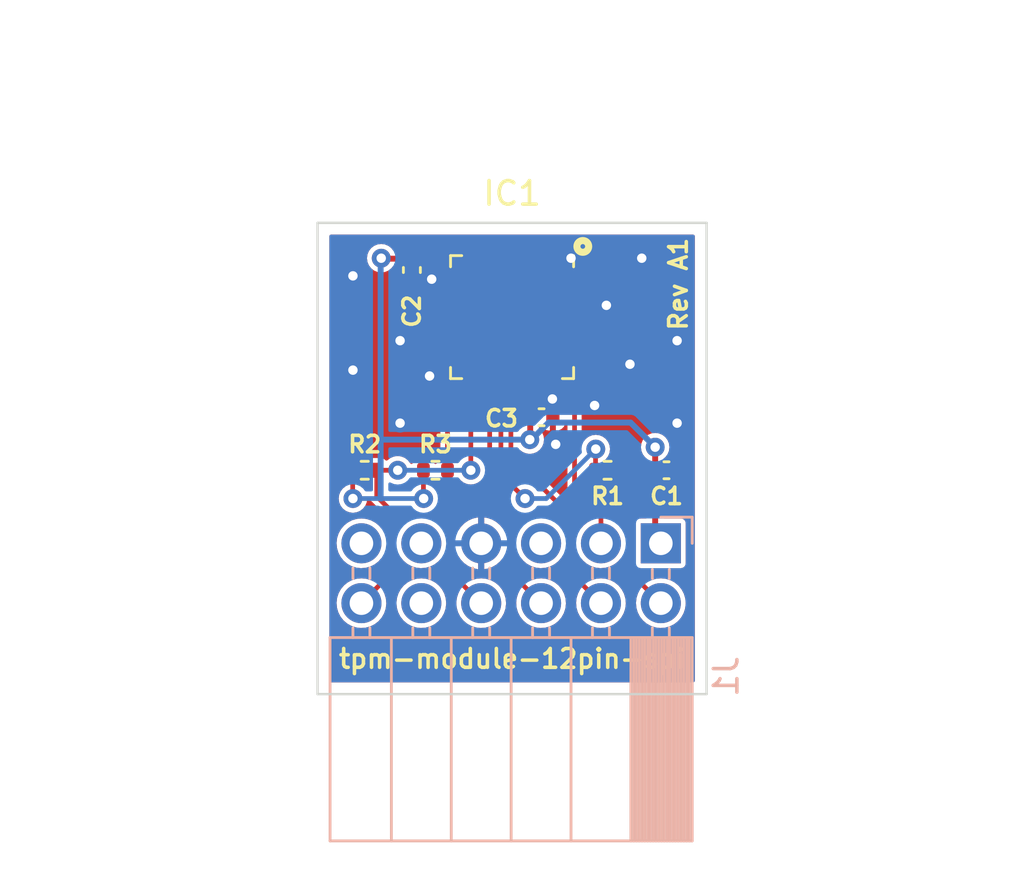
<source format=kicad_pcb>
(kicad_pcb (version 20210606) (generator pcbnew)
  (layers (0 "F.Cu" signal) (31 "B.Cu" signal) (34 "B.Paste" user) (35 "F.Paste" user) (36 "B.SilkS" user "B.Silkscreen") (37 "F.SilkS" user "F.Silkscreen") (38 "B.Mask" user) (39 "F.Mask" user) (44 "Edge.Cuts" user))
  (net 0 "")
  (net 1 "VDD")
  (net 2 "GND")
  (net 5 "RESET")
  (net 6 "IRQ")
  (net 7 "SPI_CLK")
  (net 8 "SPI_CS")
  (net 9 "SPI_MOSI")
  (net 10 "SPI_MISO")
  (footprint "Capacitor_SMD:C_0402_1005Metric" (layer "F.Cu") (at 110 67.5 -90)
    (fp_text reference "C2" (at 1.75 0 90) (layer "F.SilkS") (effects (font (size 0.7 0.7))))
    (fp_text value "100n")
    (fp_line (start -0.107836 0.36) (end 0.107836 0.36) (layer "F.SilkS") (width 0.12))
    (fp_line (start -0.107836 -0.36) (end 0.107836 -0.36) (layer "F.SilkS") (width 0.12))
    (pad "1" smd roundrect locked (at -0.48 0 270) (size 0.56 0.62) (layers "F.Cu" "F.Paste" "F.Mask") (net 1 "VDD"))
    (pad "2" smd roundrect locked (at 0.48 0 270) (size 0.56 0.62) (layers "F.Cu" "F.Paste" "F.Mask") (net 2 "GND"))
  )
  (footprint "Package_DFN_QFN:QFN-32-1EP_5x5mm_P0.5mm_EP3.1x3.1mm" (layer "F.Cu") (at 114.25 69.5 -90)
    (fp_text reference "IC1" (at -5.25 0 180) (layer "F.SilkS"))
    (fp_text value "Infineon-SLB9670")
    (fp_line (start -2.135 2.61) (end -2.61 2.61) (layer "F.SilkS") (width 0.12))
    (fp_line (start 2.61 2.61) (end 2.61 2.135) (layer "F.SilkS") (width 0.12))
    (fp_line (start 2.135 -2.61) (end 2.61 -2.61) (layer "F.SilkS") (width 0.12))
    (fp_line (start -2.135 -2.61) (end -2.61 -2.61) (layer "F.SilkS") (width 0.12))
    (fp_line (start -2.61 2.61) (end -2.61 2.135) (layer "F.SilkS") (width 0.12))
    (fp_line (start 2.135 2.61) (end 2.61 2.61) (layer "F.SilkS") (width 0.12))
    (fp_line (start 2.61 -2.61) (end 2.61 -2.135) (layer "F.SilkS") (width 0.12))
    (pad "1" smd roundrect locked (at -2.4375 -1.75 270) (size 0.875 0.25) (layers "F.Cu" "F.Paste" "F.Mask"))
    (pad "2" smd roundrect locked (at -2.4375 -1.25 270) (size 0.875 0.25) (layers "F.Cu" "F.Paste" "F.Mask") (net 2 "GND"))
    (pad "3" smd roundrect locked (at -2.4375 -0.75 270) (size 0.875 0.25) (layers "F.Cu" "F.Paste" "F.Mask"))
    (pad "4" smd roundrect locked (at -2.4375 -0.25 270) (size 0.875 0.25) (layers "F.Cu" "F.Paste" "F.Mask"))
    (pad "5" smd roundrect locked (at -2.4375 0.25 270) (size 0.875 0.25) (layers "F.Cu" "F.Paste" "F.Mask"))
    (pad "6" smd roundrect locked (at -2.4375 0.75 270) (size 0.875 0.25) (layers "F.Cu" "F.Paste" "F.Mask"))
    (pad "7" smd roundrect locked (at -2.4375 1.25 270) (size 0.875 0.25) (layers "F.Cu" "F.Paste" "F.Mask"))
    (pad "8" smd roundrect locked (at -2.4375 1.75 270) (size 0.875 0.25) (layers "F.Cu" "F.Paste" "F.Mask") (net 1 "VDD"))
    (pad "9" smd roundrect locked (at -1.75 2.4375 270) (size 0.25 0.875) (layers "F.Cu" "F.Paste" "F.Mask") (net 2 "GND"))
    (pad "10" smd roundrect locked (at -1.25 2.4375 270) (size 0.25 0.875) (layers "F.Cu" "F.Paste" "F.Mask"))
    (pad "11" smd roundrect locked (at -0.75 2.4375 270) (size 0.25 0.875) (layers "F.Cu" "F.Paste" "F.Mask"))
    (pad "12" smd roundrect locked (at -0.25 2.4375 270) (size 0.25 0.875) (layers "F.Cu" "F.Paste" "F.Mask"))
    (pad "13" smd roundrect locked (at 0.25 2.4375 270) (size 0.25 0.875) (layers "F.Cu" "F.Paste" "F.Mask"))
    (pad "14" smd roundrect locked (at 0.75 2.4375 270) (size 0.25 0.875) (layers "F.Cu" "F.Paste" "F.Mask"))
    (pad "15" smd roundrect locked (at 1.25 2.4375 270) (size 0.25 0.875) (layers "F.Cu" "F.Paste" "F.Mask"))
    (pad "16" smd roundrect locked (at 1.75 2.4375 270) (size 0.25 0.875) (layers "F.Cu" "F.Paste" "F.Mask"))
    (pad "17" smd roundrect locked (at 2.4375 1.75 270) (size 0.875 0.25) (layers "F.Cu" "F.Paste" "F.Mask") (net 5 "RESET"))
    (pad "18" smd roundrect locked (at 2.4375 1.25 270) (size 0.875 0.25) (layers "F.Cu" "F.Paste" "F.Mask") (net 6 "IRQ"))
    (pad "19" smd roundrect locked (at 2.4375 0.75 270) (size 0.875 0.25) (layers "F.Cu" "F.Paste" "F.Mask") (net 7 "SPI_CLK"))
    (pad "20" smd roundrect locked (at 2.4375 0.25 270) (size 0.875 0.25) (layers "F.Cu" "F.Paste" "F.Mask") (net 8 "SPI_CS"))
    (pad "21" smd roundrect locked (at 2.4375 -0.25 270) (size 0.875 0.25) (layers "F.Cu" "F.Paste" "F.Mask") (net 9 "SPI_MOSI"))
    (pad "22" smd roundrect locked (at 2.4375 -0.75 270) (size 0.875 0.25) (layers "F.Cu" "F.Paste" "F.Mask") (net 1 "VDD"))
    (pad "23" smd roundrect locked (at 2.4375 -1.25 270) (size 0.875 0.25) (layers "F.Cu" "F.Paste" "F.Mask") (net 2 "GND"))
    (pad "24" smd roundrect locked (at 2.4375 -1.75 270) (size 0.875 0.25) (layers "F.Cu" "F.Paste" "F.Mask") (net 10 "SPI_MISO"))
    (pad "25" smd roundrect locked (at 1.75 -2.4375 270) (size 0.25 0.875) (layers "F.Cu" "F.Paste" "F.Mask"))
    (pad "26" smd roundrect locked (at 1.25 -2.4375 270) (size 0.25 0.875) (layers "F.Cu" "F.Paste" "F.Mask"))
    (pad "27" smd roundrect locked (at 0.75 -2.4375 270) (size 0.25 0.875) (layers "F.Cu" "F.Paste" "F.Mask"))
    (pad "28" smd roundrect locked (at 0.25 -2.4375 270) (size 0.25 0.875) (layers "F.Cu" "F.Paste" "F.Mask"))
    (pad "29" smd roundrect locked (at -0.25 -2.4375 270) (size 0.25 0.875) (layers "F.Cu" "F.Paste" "F.Mask"))
    (pad "30" smd roundrect locked (at -0.75 -2.4375 270) (size 0.25 0.875) (layers "F.Cu" "F.Paste" "F.Mask"))
    (pad "31" smd roundrect locked (at -1.25 -2.4375 270) (size 0.25 0.875) (layers "F.Cu" "F.Paste" "F.Mask"))
    (pad "32" smd roundrect locked (at -1.75 -2.4375 270) (size 0.25 0.875) (layers "F.Cu" "F.Paste" "F.Mask") (net 2 "GND"))
    (pad "33" smd rect locked (at 0 0 270) (size 3.1 3.1) (layers "F.Cu" "F.Mask"))
  )
  (footprint "Capacitor_SMD:C_0402_1005Metric" (layer "F.Cu") (at 120.8 76)
    (fp_text reference "C1" (at 0 1.1) (layer "F.SilkS") (effects (font (size 0.7 0.7))))
    (fp_text value "4u7")
    (fp_line (start -0.107836 0.36) (end 0.107836 0.36) (layer "F.SilkS") (width 0.12))
    (fp_line (start -0.107836 -0.36) (end 0.107836 -0.36) (layer "F.SilkS") (width 0.12))
    (pad "1" smd roundrect locked (at -0.48 0) (size 0.56 0.62) (layers "F.Cu" "F.Paste" "F.Mask") (net 1 "VDD"))
    (pad "2" smd roundrect locked (at 0.48 0) (size 0.56 0.62) (layers "F.Cu" "F.Paste" "F.Mask") (net 2 "GND"))
  )
  (footprint "Resistor_SMD:R_0402_1005Metric" (layer "F.Cu") (at 108 76)
    (fp_text reference "R2" (at 0 -1.1) (layer "F.SilkS") (effects (font (size 0.7 0.7))))
    (fp_text value "10k")
    (fp_line (start -0.153641 -0.38) (end 0.153641 -0.38) (layer "F.SilkS") (width 0.12))
    (fp_line (start -0.153641 0.38) (end 0.153641 0.38) (layer "F.SilkS") (width 0.12))
    (pad "1" smd roundrect locked (at -0.51 0) (size 0.54 0.64) (layers "F.Cu" "F.Paste" "F.Mask") (net 1 "VDD"))
    (pad "2" smd roundrect locked (at 0.51 0) (size 0.54 0.64) (layers "F.Cu" "F.Paste" "F.Mask") (net 6 "IRQ"))
  )
  (footprint "Resistor_SMD:R_0402_1005Metric" (layer "F.Cu") (at 118.3 76 180)
    (fp_text reference "R1" (at 0 -1.1) (layer "F.SilkS") (effects (font (size 0.7 0.7))))
    (fp_text value "10k")
    (fp_line (start -0.153641 0.38) (end 0.153641 0.38) (layer "F.SilkS") (width 0.12))
    (fp_line (start -0.153641 -0.38) (end 0.153641 -0.38) (layer "F.SilkS") (width 0.12))
    (pad "1" smd roundrect locked (at -0.51 0 180) (size 0.54 0.64) (layers "F.Cu" "F.Paste" "F.Mask") (net 1 "VDD"))
    (pad "2" smd roundrect locked (at 0.51 0 180) (size 0.54 0.64) (layers "F.Cu" "F.Paste" "F.Mask") (net 8 "SPI_CS"))
  )
  (footprint "Resistor_SMD:R_0402_1005Metric" (layer "F.Cu") (at 111 76)
    (fp_text reference "R3" (at 0 -1.1) (layer "F.SilkS") (effects (font (size 0.7 0.7))))
    (fp_text value "10k")
    (fp_line (start -0.153641 -0.38) (end 0.153641 -0.38) (layer "F.SilkS") (width 0.12))
    (fp_line (start -0.153641 0.38) (end 0.153641 0.38) (layer "F.SilkS") (width 0.12))
    (pad "1" smd roundrect locked (at -0.51 0) (size 0.54 0.64) (layers "F.Cu" "F.Paste" "F.Mask") (net 1 "VDD"))
    (pad "2" smd roundrect locked (at 0.51 0) (size 0.54 0.64) (layers "F.Cu" "F.Paste" "F.Mask") (net 5 "RESET"))
  )
  (footprint "Capacitor_SMD:C_0402_1005Metric" (layer "F.Cu") (at 115.5 73.75)
    (fp_text reference "C3" (at -1.7 0.05) (layer "F.SilkS") (effects (font (size 0.7 0.7))))
    (fp_text value "100n")
    (fp_line (start -0.107836 -0.36) (end 0.107836 -0.36) (layer "F.SilkS") (width 0.12))
    (fp_line (start -0.107836 0.36) (end 0.107836 0.36) (layer "F.SilkS") (width 0.12))
    (pad "1" smd roundrect locked (at -0.48 0) (size 0.56 0.62) (layers "F.Cu" "F.Paste" "F.Mask") (net 1 "VDD"))
    (pad "2" smd roundrect locked (at 0.48 0) (size 0.56 0.62) (layers "F.Cu" "F.Paste" "F.Mask") (net 2 "GND"))
  )
  (footprint "Connector_PinSocket_2.54mm:PinSocket_2x06_P2.54mm_Horizontal" (layer "B.Cu") (at 120.56 79.1 90)
    (fp_text reference "J1" (at -5.65 2.77 90) (layer "B.SilkS") (effects (justify mirror)))
    (fp_text value "Conn_02x06_Odd_Even")
    (fp_line (start -12.63 -0.91571) (end -4 -0.91571) (layer "B.SilkS") (width 0.12))
    (fp_line (start -1.49 -2.9) (end -1.05 -2.9) (layer "B.SilkS") (width 0.12))
    (fp_line (start -12.63 0.147145) (end -4 0.147145) (layer "B.SilkS") (width 0.12))
    (fp_line (start -1.49 -4.72) (end -1.05 -4.72) (layer "B.SilkS") (width 0.12))
    (fp_line (start -12.63 -0.44333) (end -4 -0.44333) (layer "B.SilkS") (width 0.12))
    (fp_line (start -1.49 -7.98) (end -1.05 -7.98) (layer "B.SilkS") (width 0.12))
    (fp_line (start -1.49 -7.26) (end -1.05 -7.26) (layer "B.SilkS") (width 0.12))
    (fp_line (start -4 -7.26) (end -3.59 -7.26) (layer "B.SilkS") (width 0.12))
    (fp_line (start -12.63 -0.561425) (end -4 -0.561425) (layer "B.SilkS") (width 0.12))
    (fp_line (start -12.63 -14.03) (end -4 -14.03) (layer "B.SilkS") (width 0.12))
    (fp_line (start -1.49 -2.18) (end -1.05 -2.18) (layer "B.SilkS") (width 0.12))
    (fp_line (start -4 0.36) (end -3.59 0.36) (layer "B.SilkS") (width 0.12))
    (fp_line (start -1.49 -13.06) (end -1.05 -13.06) (layer "B.SilkS") (width 0.12))
    (fp_line (start -12.63 0.73762) (end -4 0.73762) (layer "B.SilkS") (width 0.12))
    (fp_line (start 1.11 1.33) (end 1.11 0) (layer "B.SilkS") (width 0.12))
    (fp_line (start -1.49 0.36) (end -1.11 0.36) (layer "B.SilkS") (width 0.12))
    (fp_line (start -4 -4.72) (end -3.59 -4.72) (layer "B.SilkS") (width 0.12))
    (fp_line (start -12.63 0.02905) (end -4 0.02905) (layer "B.SilkS") (width 0.12))
    (fp_line (start -12.63 0.26524) (end -4 0.26524) (layer "B.SilkS") (width 0.12))
    (fp_line (start -4 -5.44) (end -3.59 -5.44) (layer "B.SilkS") (width 0.12))
    (fp_line (start 0 1.33) (end 1.11 1.33) (layer "B.SilkS") (width 0.12))
    (fp_line (start -12.63 -0.797615) (end -4 -0.797615) (layer "B.SilkS") (width 0.12))
    (fp_line (start -12.63 0.383335) (end -4 0.383335) (layer "B.SilkS") (width 0.12))
    (fp_line (start -1.49 -12.34) (end -1.05 -12.34) (layer "B.SilkS") (width 0.12))
    (fp_line (start -12.63 1.21) (end -4 1.21) (layer "B.SilkS") (width 0.12))
    (fp_line (start -12.63 0.855715) (end -4 0.855715) (layer "B.SilkS") (width 0.12))
    (fp_line (start -1.49 -5.44) (end -1.05 -5.44) (layer "B.SilkS") (width 0.12))
    (fp_line (start -12.63 -0.20714) (end -4 -0.20714) (layer "B.SilkS") (width 0.12))
    (fp_line (start -4 -9.8) (end -3.59 -9.8) (layer "B.SilkS") (width 0.12))
    (fp_line (start -4 -0.36) (end -3.59 -0.36) (layer "B.SilkS") (width 0.12))
    (fp_line (start -12.63 0.97381) (end -4 0.97381) (layer "B.SilkS") (width 0.12))
    (fp_line (start -12.63 -11.43) (end -4 -11.43) (layer "B.SilkS") (width 0.12))
    (fp_line (start -12.63 1.33) (end -4 1.33) (layer "B.SilkS") (width 0.12))
    (fp_line (start -12.63 -0.089045) (end -4 -0.089045) (layer "B.SilkS") (width 0.12))
    (fp_line (start -1.49 -0.36) (end -1.11 -0.36) (layer "B.SilkS") (width 0.12))
    (fp_line (start -4 -10.52) (end -3.59 -10.52) (layer "B.SilkS") (width 0.12))
    (fp_line (start -4 -7.98) (end -3.59 -7.98) (layer "B.SilkS") (width 0.12))
    (fp_line (start -4 -12.34) (end -3.59 -12.34) (layer "B.SilkS") (width 0.12))
    (fp_line (start -4 -2.18) (end -3.59 -2.18) (layer "B.SilkS") (width 0.12))
    (fp_line (start -12.63 -1.27) (end -4 -1.27) (layer "B.SilkS") (width 0.12))
    (fp_line (start -12.63 0.50143) (end -4 0.50143) (layer "B.SilkS") (width 0.12))
    (fp_line (start -12.63 -3.81) (end -4 -3.81) (layer "B.SilkS") (width 0.12))
    (fp_line (start -12.63 1.091905) (end -4 1.091905) (layer "B.SilkS") (width 0.12))
    (fp_line (start -4 -2.9) (end -3.59 -2.9) (layer "B.SilkS") (width 0.12))
    (fp_line (start -12.63 1.33) (end -12.63 -14.03) (layer "B.SilkS") (width 0.12))
    (fp_line (start -1.49 -10.52) (end -1.05 -10.52) (layer "B.SilkS") (width 0.12))
    (fp_line (start -4 1.33) (end -4 -14.03) (layer "B.SilkS") (width 0.12))
    (fp_line (start -4 -13.06) (end -3.59 -13.06) (layer "B.SilkS") (width 0.12))
    (fp_line (start -12.63 -1.033805) (end -4 -1.033805) (layer "B.SilkS") (width 0.12))
    (fp_line (start -12.63 -1.1519) (end -4 -1.1519) (layer "B.SilkS") (width 0.12))
    (fp_line (start -1.49 -9.8) (end -1.05 -9.8) (layer "B.SilkS") (width 0.12))
    (fp_line (start -12.63 -0.67952) (end -4 -0.67952) (layer "B.SilkS") (width 0.12))
    (fp_line (start -12.63 -8.89) (end -4 -8.89) (layer "B.SilkS") (width 0.12))
    (fp_line (start -12.63 -0.325235) (end -4 -0.325235) (layer "B.SilkS") (width 0.12))
    (fp_line (start -12.63 0.619525) (end -4 0.619525) (layer "B.SilkS") (width 0.12))
    (fp_line (start -12.63 -6.35) (end -4 -6.35) (layer "B.SilkS") (width 0.12))
    (pad "1" thru_hole rect locked (at 0 0 90) (size 1.7 1.7) (drill 1) (layers *.Cu *.Mask) (net 1 "VDD"))
    (pad "2" thru_hole oval locked (at -2.54 0 90) (size 1.7 1.7) (drill 1) (layers *.Cu *.Mask) (net 8 "SPI_CS"))
    (pad "3" thru_hole oval locked (at 0 -2.54 90) (size 1.7 1.7) (drill 1) (layers *.Cu *.Mask) (net 10 "SPI_MISO"))
    (pad "4" thru_hole oval locked (at -2.54 -2.54 90) (size 1.7 1.7) (drill 1) (layers *.Cu *.Mask) (net 9 "SPI_MOSI"))
    (pad "5" thru_hole oval locked (at 0 -5.08 90) (size 1.7 1.7) (drill 1) (layers *.Cu *.Mask))
    (pad "6" thru_hole oval locked (at -2.54 -5.08 90) (size 1.7 1.7) (drill 1) (layers *.Cu *.Mask) (net 7 "SPI_CLK"))
    (pad "7" thru_hole oval locked (at 0 -7.62 90) (size 1.7 1.7) (drill 1) (layers *.Cu *.Mask) (net 2 "GND"))
    (pad "8" thru_hole oval locked (at -2.54 -7.62 90) (size 1.7 1.7) (drill 1) (layers *.Cu *.Mask) (net 5 "RESET"))
    (pad "9" thru_hole oval locked (at 0 -10.16 90) (size 1.7 1.7) (drill 1) (layers *.Cu *.Mask))
    (pad "10" thru_hole oval locked (at -2.54 -10.16 90) (size 1.7 1.7) (drill 1) (layers *.Cu *.Mask))
    (pad "11" thru_hole oval locked (at 0 -12.7 90) (size 1.7 1.7) (drill 1) (layers *.Cu *.Mask))
    (pad "12" thru_hole oval locked (at -2.54 -12.7 90) (size 1.7 1.7) (drill 1) (layers *.Cu *.Mask) (net 6 "IRQ"))
  )
  (gr_circle (center 117.25 66.5) (end 117.35 66.5) (layer "F.SilkS") (width 0.3) (fill none))
  (gr_line (start 122.5 85.5) (end 122.5 65.5) (layer "Edge.Cuts") (width 0.1))
  (gr_line (start 122.5 85.5) (end 106 85.5) (layer "Edge.Cuts") (width 0.1))
  (gr_line (start 122.5 65.5) (end 106 65.5) (layer "Edge.Cuts") (width 0.1))
  (gr_line (start 106 85.5) (end 106 65.5) (layer "Edge.Cuts") (width 0.1))
  (gr_text "tpm-module-12pin-spi" (at 114.25 84) (layer "F.SilkS") (effects (font (size 0.8 0.8))))
  (gr_text "Rev A1" (at 121.3 68.1 90) (layer "F.SilkS") (effects (font (size 0.75 0.75))))
  (segment (start 112.4575 67.02) (end 112.5 67.0625) (width 0.25) (layer "F.Cu") (net 1))
  (segment (start 110.49 76) (end 110.49 77.19) (width 0.2) (layer "F.Cu") (net 1))
  (segment (start 120.32 78.86) (end 120.56 79.1) (width 0.25) (layer "F.Cu") (net 1))
  (segment (start 120.32 75.02) (end 120.3 75) (width 0.25) (layer "F.Cu") (net 1))
  (segment (start 120.32 76) (end 120.32 78.86) (width 0.25) (layer "F.Cu") (net 1))
  (segment (start 107.49 76) (end 107.49 77.19) (width 0.2) (layer "F.Cu") (net 1))
  (segment (start 110.49 77.19) (end 110.5 77.2) (width 0.2) (layer "F.Cu") (net 1))
  (segment (start 108.72 67.02) (end 110 67.02) (width 0.25) (layer "F.Cu") (net 1))
  (segment (start 110 67.02) (end 112.4575 67.02) (width 0.25) (layer "F.Cu") (net 1))
  (segment (start 115.02 73.75) (end 115.02 74.68) (width 0.25) (layer "F.Cu") (net 1))
  (segment (start 115 73.73) (end 115.02 73.75) (width 0.25) (layer "F.Cu") (net 1))
  (segment (start 107.49 77.19) (end 107.5 77.2) (width 0.2) (layer "F.Cu") (net 1))
  (segment (start 115.02 74.68) (end 115 74.7) (width 0.25) (layer "F.Cu") (net 1))
  (segment (start 115 71.9375) (end 115 73.73) (width 0.25) (layer "F.Cu") (net 1))
  (segment (start 108.7 67) (end 108.72 67.02) (width 0.25) (layer "F.Cu") (net 1))
  (segment (start 120.32 76) (end 120.32 75.02) (width 0.25) (layer "F.Cu") (net 1))
  (via (at 108.7 67) (size 0.8) (drill 0.4) (layers "F.Cu" "B.Cu") (net 1))
  (via (at 120.32 75.02) (size 0.8) (drill 0.4) (layers "F.Cu" "B.Cu") (net 1))
  (via (at 107.5 77.2) (size 0.8) (drill 0.4) (layers "F.Cu" "B.Cu") (net 1))
  (via (at 115 74.7) (size 0.8) (drill 0.4) (layers "F.Cu" "B.Cu") (net 1))
  (via (at 110.5 77.2) (size 0.8) (drill 0.4) (layers "F.Cu" "B.Cu") (net 1))
  (segment (start 115.799897 73.975489) (end 119.275489 73.975489) (width 0.25) (layer "B.Cu") (net 1))
  (segment (start 108.7 77.2) (end 107.5 77.2) (width 0.2) (layer "B.Cu") (net 1))
  (segment (start 115.075386 74.7) (end 115.799897 73.975489) (width 0.25) (layer "B.Cu") (net 1))
  (segment (start 119.275489 73.975489) (end 120.32 75.02) (width 0.25) (layer "B.Cu") (net 1))
  (segment (start 108.675489 67.024511) (end 108.675489 74.624511) (width 0.25) (layer "B.Cu") (net 1))
  (segment (start 108.675489 77.175489) (end 108.7 77.2) (width 0.25) (layer "B.Cu") (net 1))
  (segment (start 108.750978 74.7) (end 108.675489 74.624511) (width 0.25) (layer "B.Cu") (net 1))
  (segment (start 108.7 67) (end 108.675489 67.024511) (width 0.25) (layer "B.Cu") (net 1))
  (segment (start 110.5 77.2) (end 108.7 77.2) (width 0.2) (layer "B.Cu") (net 1))
  (segment (start 115 74.7) (end 115.075386 74.7) (width 0.25) (layer "B.Cu") (net 1))
  (segment (start 108.675489 74.624511) (end 108.675489 77.175489) (width 0.25) (layer "B.Cu") (net 1))
  (segment (start 115 74.7) (end 108.750978 74.7) (width 0.25) (layer "B.Cu") (net 1))
  (via (at 121.25 70.5) (size 0.8) (drill 0.4) (layers "F.Cu" "B.Cu") (net 2))
  (via (at 116.1 74.9) (size 0.8) (drill 0.4) (layers "F.Cu" "B.Cu") (net 2))
  (via (at 116.75 67) (size 0.8) (drill 0.4) (layers "F.Cu" "B.Cu") (net 2))
  (via (at 121.25 74) (size 0.8) (drill 0.4) (layers "F.Cu" "B.Cu") (net 2))
  (via (at 115.960303 72.9745) (size 0.8) (drill 0.4) (layers "F.Cu" "B.Cu") (net 2))
  (via (at 119.75 67) (size 0.8) (drill 0.4) (layers "F.Cu" "B.Cu") (net 2))
  (via (at 119.25 71.5) (size 0.8) (drill 0.4) (layers "F.Cu" "B.Cu") (net 2))
  (via (at 110.840419 67.890604) (size 0.8) (drill 0.4) (layers "F.Cu" "B.Cu") (net 2))
  (via (at 107.5 67.75) (size 0.8) (drill 0.4) (layers "F.Cu" "B.Cu") (net 2))
  (via (at 107.5 71.75) (size 0.8) (drill 0.4) (layers "F.Cu" "B.Cu") (net 2))
  (via (at 117.75 73.25) (size 0.8) (drill 0.4) (layers "F.Cu" "B.Cu") (net 2))
  (via (at 109.5 74) (size 0.8) (drill 0.4) (layers "F.Cu" "B.Cu") (net 2))
  (via (at 109.5 70.5) (size 0.8) (drill 0.4) (layers "F.Cu" "B.Cu") (net 2))
  (via (at 110.75 72) (size 0.8) (drill 0.4) (layers "F.Cu" "B.Cu") (net 2))
  (via (at 118.25 69) (size 0.8) (drill 0.4) (layers "F.Cu" "B.Cu") (net 2))
  (segment (start 111.574511 80.274511) (end 111.574511 76.064511) (width 0.2) (layer "F.Cu") (net 5))
  (segment (start 112.94 81.64) (end 111.574511 80.274511) (width 0.2) (layer "F.Cu") (net 5))
  (segment (start 112.5 72.5) (end 111.51 73.49) (width 0.2) (layer "F.Cu") (net 5))
  (segment (start 111.51 73.49) (end 111.51 76) (width 0.2) (layer "F.Cu") (net 5))
  (segment (start 111.574511 76.064511) (end 111.51 76) (width 0.25) (layer "F.Cu") (net 5))
  (segment (start 112.5 71.9375) (end 112.5 72.5) (width 0.2) (layer "F.Cu") (net 5))
  (segment (start 108.51 77.11) (end 108.51 76) (width 0.2) (layer "F.Cu") (net 6))
  (segment (start 107.86 81.64) (end 109.1 80.4) (width 0.2) (layer "F.Cu") (net 6))
  (segment (start 108.51 76) (end 109.4 76) (width 0.2) (layer "F.Cu") (net 6))
  (segment (start 109.1 80.4) (end 109.1 77.7) (width 0.2) (layer "F.Cu") (net 6))
  (segment (start 109.1 77.7) (end 108.51 77.11) (width 0.2) (layer "F.Cu") (net 6))
  (segment (start 113 72.769626) (end 112.5 73.269626) (width 0.2) (layer "F.Cu") (net 6))
  (segment (start 112.5 73.269626) (end 112.5 76) (width 0.2) (layer "F.Cu") (net 6))
  (segment (start 113 71.9375) (end 113 72.769626) (width 0.2) (layer "F.Cu") (net 6))
  (via (at 109.4 76) (size 0.8) (drill 0.4) (layers "F.Cu" "B.Cu") (net 6))
  (via (at 112.5 76) (size 0.8) (drill 0.4) (layers "F.Cu" "B.Cu") (net 6))
  (segment (start 112.5 76) (end 109.4 76) (width 0.2) (layer "B.Cu") (net 6))
  (segment (start 114.2 77.8) (end 114.2 80.36) (width 0.2) (layer "F.Cu") (net 7))
  (segment (start 113.5 72.834632) (end 113.3 73.034632) (width 0.2) (layer "F.Cu") (net 7))
  (segment (start 114.2 80.36) (end 115.48 81.64) (width 0.2) (layer "F.Cu") (net 7))
  (segment (start 113.3 73.034632) (end 113.3 76.9) (width 0.2) (layer "F.Cu") (net 7))
  (segment (start 113.5 71.9375) (end 113.5 72.834632) (width 0.2) (layer "F.Cu") (net 7))
  (segment (start 113.3 76.9) (end 114.2 77.8) (width 0.2) (layer "F.Cu") (net 7))
  (segment (start 117.79 76) (end 117.79 75.11) (width 0.2) (layer "F.Cu") (net 8))
  (segment (start 117.79 76.59) (end 117.79 76) (width 0.2) (layer "F.Cu") (net 8))
  (segment (start 113.77548 76.17548) (end 113.77548 73.124159) (width 0.2) (layer "F.Cu") (net 8))
  (segment (start 119.3 78.1) (end 117.79 76.59) (width 0.2) (layer "F.Cu") (net 8))
  (segment (start 113.77548 73.124159) (end 114 72.899638) (width 0.2) (layer "F.Cu") (net 8))
  (segment (start 117.79 75.11) (end 117.8 75.1) (width 0.2) (layer "F.Cu") (net 8))
  (segment (start 114.8 77.2) (end 113.77548 76.17548) (width 0.2) (layer "F.Cu") (net 8))
  (segment (start 119.3 80.38) (end 119.3 78.1) (width 0.2) (layer "F.Cu") (net 8))
  (segment (start 120.56 81.64) (end 119.3 80.38) (width 0.2) (layer "F.Cu") (net 8))
  (segment (start 114 72.899638) (end 114 71.9375) (width 0.2) (layer "F.Cu") (net 8))
  (via (at 114.8 77.2) (size 0.8) (drill 0.4) (layers "F.Cu" "B.Cu") (net 8))
  (via (at 117.8 75.1) (size 0.8) (drill 0.4) (layers "F.Cu" "B.Cu") (net 8))
  (segment (start 115.7 77.2) (end 117.8 75.1) (width 0.2) (layer "B.Cu") (net 8))
  (segment (start 114.8 77.2) (end 115.7 77.2) (width 0.2) (layer "B.Cu") (net 8))
  (segment (start 114.5 73) (end 114.5 71.9375) (width 0.2) (layer "F.Cu") (net 9))
  (segment (start 114.2 75.4) (end 114.2 73.3) (width 0.2) (layer "F.Cu") (net 9))
  (segment (start 118.02 81.64) (end 116.8 80.42) (width 0.2) (layer "F.Cu") (net 9))
  (segment (start 116.8 80.42) (end 116.8 78) (width 0.2) (layer "F.Cu") (net 9))
  (segment (start 114.2 73.3) (end 114.5 73) (width 0.2) (layer "F.Cu") (net 9))
  (segment (start 116.8 78) (end 114.2 75.4) (width 0.2) (layer "F.Cu") (net 9))
  (segment (start 116.4375 71.9375) (end 116 71.9375) (width 0.2) (layer "F.Cu") (net 10))
  (segment (start 116.9 72.4) (end 116.4375 71.9375) (width 0.2) (layer "F.Cu") (net 10))
  (segment (start 118.02 79.1) (end 118.02 77.92) (width 0.2) (layer "F.Cu") (net 10))
  (segment (start 116.9 76.8) (end 116.9 72.4) (width 0.2) (layer "F.Cu") (net 10))
  (segment (start 118.02 77.92) (end 116.9 76.8) (width 0.2) (layer "F.Cu") (net 10))
  (zone (net 2) (net_name "GND") (layers F&B.Cu) (connect_pads (clearance 0.127)) (min_thickness 0.127) (fill yes (thermal_gap 0.254) (thermal_bridge_width 0.254))
    (polygon (pts (xy 122 85) (xy 106.5 85) (xy 106.5 66) (xy 122 66)))
  )
)
</source>
